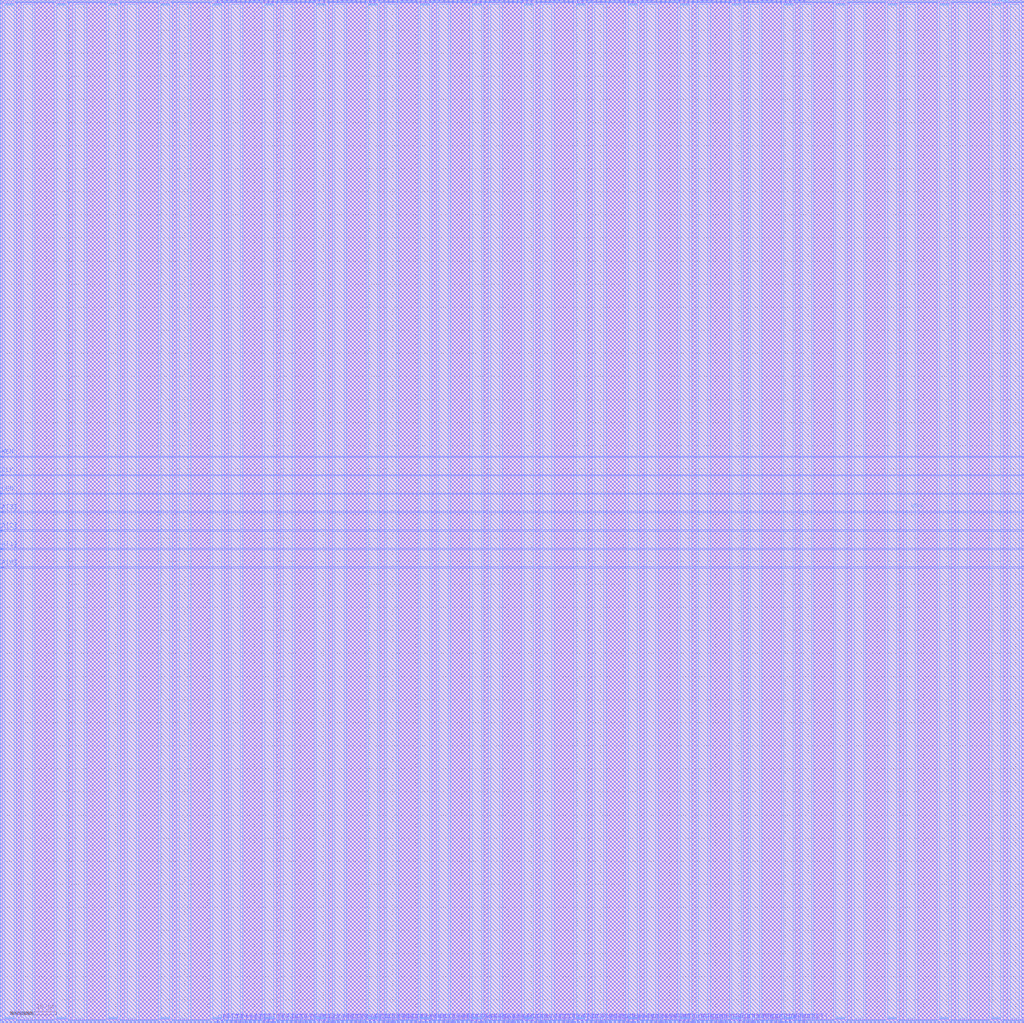
<source format=lef>
##
## LEF for PtnCells ;
## created by Innovus v15.23-s045_1 on Tue Mar 18 17:28:08 2025
##

VERSION 5.8 ;

BUSBITCHARS "[]" ;
DIVIDERCHAR "/" ;

MACRO sram_w16
  CLASS BLOCK ;
  SIZE 221.8000 BY 221.6000 ;
  FOREIGN sram_w16 0.0000 0.0000 ;
  ORIGIN 0 0 ;
  SYMMETRY X Y R90 ;
  PIN CLK
    DIRECTION INPUT ;
    USE SIGNAL ;
    PORT
      LAYER M3 ;
        RECT 0.0000 118.5500 0.5200 118.6500 ;
    END
  END CLK
  PIN D[127]
    DIRECTION INPUT ;
    USE SIGNAL ;
    PORT
      LAYER M2 ;
        RECT 174.0500 0.0000 174.1500 0.5200 ;
    END
  END D[127]
  PIN D[126]
    DIRECTION INPUT ;
    USE SIGNAL ;
    PORT
      LAYER M2 ;
        RECT 173.0500 0.0000 173.1500 0.5200 ;
    END
  END D[126]
  PIN D[125]
    DIRECTION INPUT ;
    USE SIGNAL ;
    PORT
      LAYER M2 ;
        RECT 172.0500 0.0000 172.1500 0.5200 ;
    END
  END D[125]
  PIN D[124]
    DIRECTION INPUT ;
    USE SIGNAL ;
    PORT
      LAYER M2 ;
        RECT 171.0500 0.0000 171.1500 0.5200 ;
    END
  END D[124]
  PIN D[123]
    DIRECTION INPUT ;
    USE SIGNAL ;
    PORT
      LAYER M2 ;
        RECT 170.0500 0.0000 170.1500 0.5200 ;
    END
  END D[123]
  PIN D[122]
    DIRECTION INPUT ;
    USE SIGNAL ;
    PORT
      LAYER M2 ;
        RECT 169.0500 0.0000 169.1500 0.5200 ;
    END
  END D[122]
  PIN D[121]
    DIRECTION INPUT ;
    USE SIGNAL ;
    PORT
      LAYER M2 ;
        RECT 168.0500 0.0000 168.1500 0.5200 ;
    END
  END D[121]
  PIN D[120]
    DIRECTION INPUT ;
    USE SIGNAL ;
    PORT
      LAYER M2 ;
        RECT 167.0500 0.0000 167.1500 0.5200 ;
    END
  END D[120]
  PIN D[119]
    DIRECTION INPUT ;
    USE SIGNAL ;
    PORT
      LAYER M2 ;
        RECT 166.0500 0.0000 166.1500 0.5200 ;
    END
  END D[119]
  PIN D[118]
    DIRECTION INPUT ;
    USE SIGNAL ;
    PORT
      LAYER M2 ;
        RECT 165.0500 0.0000 165.1500 0.5200 ;
    END
  END D[118]
  PIN D[117]
    DIRECTION INPUT ;
    USE SIGNAL ;
    PORT
      LAYER M2 ;
        RECT 164.0500 0.0000 164.1500 0.5200 ;
    END
  END D[117]
  PIN D[116]
    DIRECTION INPUT ;
    USE SIGNAL ;
    PORT
      LAYER M2 ;
        RECT 163.0500 0.0000 163.1500 0.5200 ;
    END
  END D[116]
  PIN D[115]
    DIRECTION INPUT ;
    USE SIGNAL ;
    PORT
      LAYER M2 ;
        RECT 162.0500 0.0000 162.1500 0.5200 ;
    END
  END D[115]
  PIN D[114]
    DIRECTION INPUT ;
    USE SIGNAL ;
    PORT
      LAYER M2 ;
        RECT 161.0500 0.0000 161.1500 0.5200 ;
    END
  END D[114]
  PIN D[113]
    DIRECTION INPUT ;
    USE SIGNAL ;
    PORT
      LAYER M2 ;
        RECT 160.0500 0.0000 160.1500 0.5200 ;
    END
  END D[113]
  PIN D[112]
    DIRECTION INPUT ;
    USE SIGNAL ;
    PORT
      LAYER M2 ;
        RECT 159.0500 0.0000 159.1500 0.5200 ;
    END
  END D[112]
  PIN D[111]
    DIRECTION INPUT ;
    USE SIGNAL ;
    PORT
      LAYER M2 ;
        RECT 158.0500 0.0000 158.1500 0.5200 ;
    END
  END D[111]
  PIN D[110]
    DIRECTION INPUT ;
    USE SIGNAL ;
    PORT
      LAYER M2 ;
        RECT 157.0500 0.0000 157.1500 0.5200 ;
    END
  END D[110]
  PIN D[109]
    DIRECTION INPUT ;
    USE SIGNAL ;
    PORT
      LAYER M2 ;
        RECT 156.0500 0.0000 156.1500 0.5200 ;
    END
  END D[109]
  PIN D[108]
    DIRECTION INPUT ;
    USE SIGNAL ;
    PORT
      LAYER M2 ;
        RECT 155.0500 0.0000 155.1500 0.5200 ;
    END
  END D[108]
  PIN D[107]
    DIRECTION INPUT ;
    USE SIGNAL ;
    PORT
      LAYER M2 ;
        RECT 154.0500 0.0000 154.1500 0.5200 ;
    END
  END D[107]
  PIN D[106]
    DIRECTION INPUT ;
    USE SIGNAL ;
    PORT
      LAYER M2 ;
        RECT 153.0500 0.0000 153.1500 0.5200 ;
    END
  END D[106]
  PIN D[105]
    DIRECTION INPUT ;
    USE SIGNAL ;
    PORT
      LAYER M2 ;
        RECT 152.0500 0.0000 152.1500 0.5200 ;
    END
  END D[105]
  PIN D[104]
    DIRECTION INPUT ;
    USE SIGNAL ;
    PORT
      LAYER M2 ;
        RECT 151.0500 0.0000 151.1500 0.5200 ;
    END
  END D[104]
  PIN D[103]
    DIRECTION INPUT ;
    USE SIGNAL ;
    PORT
      LAYER M2 ;
        RECT 150.0500 0.0000 150.1500 0.5200 ;
    END
  END D[103]
  PIN D[102]
    DIRECTION INPUT ;
    USE SIGNAL ;
    PORT
      LAYER M2 ;
        RECT 149.0500 0.0000 149.1500 0.5200 ;
    END
  END D[102]
  PIN D[101]
    DIRECTION INPUT ;
    USE SIGNAL ;
    PORT
      LAYER M2 ;
        RECT 148.0500 0.0000 148.1500 0.5200 ;
    END
  END D[101]
  PIN D[100]
    DIRECTION INPUT ;
    USE SIGNAL ;
    PORT
      LAYER M2 ;
        RECT 147.0500 0.0000 147.1500 0.5200 ;
    END
  END D[100]
  PIN D[99]
    DIRECTION INPUT ;
    USE SIGNAL ;
    PORT
      LAYER M2 ;
        RECT 146.0500 0.0000 146.1500 0.5200 ;
    END
  END D[99]
  PIN D[98]
    DIRECTION INPUT ;
    USE SIGNAL ;
    PORT
      LAYER M2 ;
        RECT 145.0500 0.0000 145.1500 0.5200 ;
    END
  END D[98]
  PIN D[97]
    DIRECTION INPUT ;
    USE SIGNAL ;
    PORT
      LAYER M2 ;
        RECT 144.0500 0.0000 144.1500 0.5200 ;
    END
  END D[97]
  PIN D[96]
    DIRECTION INPUT ;
    USE SIGNAL ;
    PORT
      LAYER M2 ;
        RECT 143.0500 0.0000 143.1500 0.5200 ;
    END
  END D[96]
  PIN D[95]
    DIRECTION INPUT ;
    USE SIGNAL ;
    PORT
      LAYER M2 ;
        RECT 142.0500 0.0000 142.1500 0.5200 ;
    END
  END D[95]
  PIN D[94]
    DIRECTION INPUT ;
    USE SIGNAL ;
    PORT
      LAYER M2 ;
        RECT 141.0500 0.0000 141.1500 0.5200 ;
    END
  END D[94]
  PIN D[93]
    DIRECTION INPUT ;
    USE SIGNAL ;
    PORT
      LAYER M2 ;
        RECT 140.0500 0.0000 140.1500 0.5200 ;
    END
  END D[93]
  PIN D[92]
    DIRECTION INPUT ;
    USE SIGNAL ;
    PORT
      LAYER M2 ;
        RECT 139.0500 0.0000 139.1500 0.5200 ;
    END
  END D[92]
  PIN D[91]
    DIRECTION INPUT ;
    USE SIGNAL ;
    PORT
      LAYER M2 ;
        RECT 138.0500 0.0000 138.1500 0.5200 ;
    END
  END D[91]
  PIN D[90]
    DIRECTION INPUT ;
    USE SIGNAL ;
    PORT
      LAYER M2 ;
        RECT 137.0500 0.0000 137.1500 0.5200 ;
    END
  END D[90]
  PIN D[89]
    DIRECTION INPUT ;
    USE SIGNAL ;
    PORT
      LAYER M2 ;
        RECT 136.0500 0.0000 136.1500 0.5200 ;
    END
  END D[89]
  PIN D[88]
    DIRECTION INPUT ;
    USE SIGNAL ;
    PORT
      LAYER M2 ;
        RECT 135.0500 0.0000 135.1500 0.5200 ;
    END
  END D[88]
  PIN D[87]
    DIRECTION INPUT ;
    USE SIGNAL ;
    PORT
      LAYER M2 ;
        RECT 134.0500 0.0000 134.1500 0.5200 ;
    END
  END D[87]
  PIN D[86]
    DIRECTION INPUT ;
    USE SIGNAL ;
    PORT
      LAYER M2 ;
        RECT 133.0500 0.0000 133.1500 0.5200 ;
    END
  END D[86]
  PIN D[85]
    DIRECTION INPUT ;
    USE SIGNAL ;
    PORT
      LAYER M2 ;
        RECT 132.0500 0.0000 132.1500 0.5200 ;
    END
  END D[85]
  PIN D[84]
    DIRECTION INPUT ;
    USE SIGNAL ;
    PORT
      LAYER M2 ;
        RECT 131.0500 0.0000 131.1500 0.5200 ;
    END
  END D[84]
  PIN D[83]
    DIRECTION INPUT ;
    USE SIGNAL ;
    PORT
      LAYER M2 ;
        RECT 130.0500 0.0000 130.1500 0.5200 ;
    END
  END D[83]
  PIN D[82]
    DIRECTION INPUT ;
    USE SIGNAL ;
    PORT
      LAYER M2 ;
        RECT 129.0500 0.0000 129.1500 0.5200 ;
    END
  END D[82]
  PIN D[81]
    DIRECTION INPUT ;
    USE SIGNAL ;
    PORT
      LAYER M2 ;
        RECT 128.0500 0.0000 128.1500 0.5200 ;
    END
  END D[81]
  PIN D[80]
    DIRECTION INPUT ;
    USE SIGNAL ;
    PORT
      LAYER M2 ;
        RECT 127.0500 0.0000 127.1500 0.5200 ;
    END
  END D[80]
  PIN D[79]
    DIRECTION INPUT ;
    USE SIGNAL ;
    PORT
      LAYER M2 ;
        RECT 126.0500 0.0000 126.1500 0.5200 ;
    END
  END D[79]
  PIN D[78]
    DIRECTION INPUT ;
    USE SIGNAL ;
    PORT
      LAYER M2 ;
        RECT 125.0500 0.0000 125.1500 0.5200 ;
    END
  END D[78]
  PIN D[77]
    DIRECTION INPUT ;
    USE SIGNAL ;
    PORT
      LAYER M2 ;
        RECT 124.0500 0.0000 124.1500 0.5200 ;
    END
  END D[77]
  PIN D[76]
    DIRECTION INPUT ;
    USE SIGNAL ;
    PORT
      LAYER M2 ;
        RECT 123.0500 0.0000 123.1500 0.5200 ;
    END
  END D[76]
  PIN D[75]
    DIRECTION INPUT ;
    USE SIGNAL ;
    PORT
      LAYER M2 ;
        RECT 122.0500 0.0000 122.1500 0.5200 ;
    END
  END D[75]
  PIN D[74]
    DIRECTION INPUT ;
    USE SIGNAL ;
    PORT
      LAYER M2 ;
        RECT 121.0500 0.0000 121.1500 0.5200 ;
    END
  END D[74]
  PIN D[73]
    DIRECTION INPUT ;
    USE SIGNAL ;
    PORT
      LAYER M2 ;
        RECT 120.0500 0.0000 120.1500 0.5200 ;
    END
  END D[73]
  PIN D[72]
    DIRECTION INPUT ;
    USE SIGNAL ;
    PORT
      LAYER M2 ;
        RECT 119.0500 0.0000 119.1500 0.5200 ;
    END
  END D[72]
  PIN D[71]
    DIRECTION INPUT ;
    USE SIGNAL ;
    PORT
      LAYER M2 ;
        RECT 118.0500 0.0000 118.1500 0.5200 ;
    END
  END D[71]
  PIN D[70]
    DIRECTION INPUT ;
    USE SIGNAL ;
    PORT
      LAYER M2 ;
        RECT 117.0500 0.0000 117.1500 0.5200 ;
    END
  END D[70]
  PIN D[69]
    DIRECTION INPUT ;
    USE SIGNAL ;
    PORT
      LAYER M2 ;
        RECT 116.0500 0.0000 116.1500 0.5200 ;
    END
  END D[69]
  PIN D[68]
    DIRECTION INPUT ;
    USE SIGNAL ;
    PORT
      LAYER M2 ;
        RECT 115.0500 0.0000 115.1500 0.5200 ;
    END
  END D[68]
  PIN D[67]
    DIRECTION INPUT ;
    USE SIGNAL ;
    PORT
      LAYER M2 ;
        RECT 114.0500 0.0000 114.1500 0.5200 ;
    END
  END D[67]
  PIN D[66]
    DIRECTION INPUT ;
    USE SIGNAL ;
    PORT
      LAYER M2 ;
        RECT 113.0500 0.0000 113.1500 0.5200 ;
    END
  END D[66]
  PIN D[65]
    DIRECTION INPUT ;
    USE SIGNAL ;
    PORT
      LAYER M2 ;
        RECT 112.0500 0.0000 112.1500 0.5200 ;
    END
  END D[65]
  PIN D[64]
    DIRECTION INPUT ;
    USE SIGNAL ;
    PORT
      LAYER M2 ;
        RECT 111.0500 0.0000 111.1500 0.5200 ;
    END
  END D[64]
  PIN D[63]
    DIRECTION INPUT ;
    USE SIGNAL ;
    PORT
      LAYER M2 ;
        RECT 110.0500 0.0000 110.1500 0.5200 ;
    END
  END D[63]
  PIN D[62]
    DIRECTION INPUT ;
    USE SIGNAL ;
    PORT
      LAYER M2 ;
        RECT 109.0500 0.0000 109.1500 0.5200 ;
    END
  END D[62]
  PIN D[61]
    DIRECTION INPUT ;
    USE SIGNAL ;
    PORT
      LAYER M2 ;
        RECT 108.0500 0.0000 108.1500 0.5200 ;
    END
  END D[61]
  PIN D[60]
    DIRECTION INPUT ;
    USE SIGNAL ;
    PORT
      LAYER M2 ;
        RECT 107.0500 0.0000 107.1500 0.5200 ;
    END
  END D[60]
  PIN D[59]
    DIRECTION INPUT ;
    USE SIGNAL ;
    PORT
      LAYER M2 ;
        RECT 106.0500 0.0000 106.1500 0.5200 ;
    END
  END D[59]
  PIN D[58]
    DIRECTION INPUT ;
    USE SIGNAL ;
    PORT
      LAYER M2 ;
        RECT 105.0500 0.0000 105.1500 0.5200 ;
    END
  END D[58]
  PIN D[57]
    DIRECTION INPUT ;
    USE SIGNAL ;
    PORT
      LAYER M2 ;
        RECT 104.0500 0.0000 104.1500 0.5200 ;
    END
  END D[57]
  PIN D[56]
    DIRECTION INPUT ;
    USE SIGNAL ;
    PORT
      LAYER M2 ;
        RECT 103.0500 0.0000 103.1500 0.5200 ;
    END
  END D[56]
  PIN D[55]
    DIRECTION INPUT ;
    USE SIGNAL ;
    PORT
      LAYER M2 ;
        RECT 102.0500 0.0000 102.1500 0.5200 ;
    END
  END D[55]
  PIN D[54]
    DIRECTION INPUT ;
    USE SIGNAL ;
    PORT
      LAYER M2 ;
        RECT 101.0500 0.0000 101.1500 0.5200 ;
    END
  END D[54]
  PIN D[53]
    DIRECTION INPUT ;
    USE SIGNAL ;
    PORT
      LAYER M2 ;
        RECT 100.0500 0.0000 100.1500 0.5200 ;
    END
  END D[53]
  PIN D[52]
    DIRECTION INPUT ;
    USE SIGNAL ;
    PORT
      LAYER M2 ;
        RECT 99.0500 0.0000 99.1500 0.5200 ;
    END
  END D[52]
  PIN D[51]
    DIRECTION INPUT ;
    USE SIGNAL ;
    PORT
      LAYER M2 ;
        RECT 98.0500 0.0000 98.1500 0.5200 ;
    END
  END D[51]
  PIN D[50]
    DIRECTION INPUT ;
    USE SIGNAL ;
    PORT
      LAYER M2 ;
        RECT 97.0500 0.0000 97.1500 0.5200 ;
    END
  END D[50]
  PIN D[49]
    DIRECTION INPUT ;
    USE SIGNAL ;
    PORT
      LAYER M2 ;
        RECT 96.0500 0.0000 96.1500 0.5200 ;
    END
  END D[49]
  PIN D[48]
    DIRECTION INPUT ;
    USE SIGNAL ;
    PORT
      LAYER M2 ;
        RECT 95.0500 0.0000 95.1500 0.5200 ;
    END
  END D[48]
  PIN D[47]
    DIRECTION INPUT ;
    USE SIGNAL ;
    PORT
      LAYER M2 ;
        RECT 94.0500 0.0000 94.1500 0.5200 ;
    END
  END D[47]
  PIN D[46]
    DIRECTION INPUT ;
    USE SIGNAL ;
    PORT
      LAYER M2 ;
        RECT 93.0500 0.0000 93.1500 0.5200 ;
    END
  END D[46]
  PIN D[45]
    DIRECTION INPUT ;
    USE SIGNAL ;
    PORT
      LAYER M2 ;
        RECT 92.0500 0.0000 92.1500 0.5200 ;
    END
  END D[45]
  PIN D[44]
    DIRECTION INPUT ;
    USE SIGNAL ;
    PORT
      LAYER M2 ;
        RECT 91.0500 0.0000 91.1500 0.5200 ;
    END
  END D[44]
  PIN D[43]
    DIRECTION INPUT ;
    USE SIGNAL ;
    PORT
      LAYER M2 ;
        RECT 90.0500 0.0000 90.1500 0.5200 ;
    END
  END D[43]
  PIN D[42]
    DIRECTION INPUT ;
    USE SIGNAL ;
    PORT
      LAYER M2 ;
        RECT 89.0500 0.0000 89.1500 0.5200 ;
    END
  END D[42]
  PIN D[41]
    DIRECTION INPUT ;
    USE SIGNAL ;
    PORT
      LAYER M2 ;
        RECT 88.0500 0.0000 88.1500 0.5200 ;
    END
  END D[41]
  PIN D[40]
    DIRECTION INPUT ;
    USE SIGNAL ;
    PORT
      LAYER M2 ;
        RECT 87.0500 0.0000 87.1500 0.5200 ;
    END
  END D[40]
  PIN D[39]
    DIRECTION INPUT ;
    USE SIGNAL ;
    PORT
      LAYER M2 ;
        RECT 86.0500 0.0000 86.1500 0.5200 ;
    END
  END D[39]
  PIN D[38]
    DIRECTION INPUT ;
    USE SIGNAL ;
    PORT
      LAYER M2 ;
        RECT 85.0500 0.0000 85.1500 0.5200 ;
    END
  END D[38]
  PIN D[37]
    DIRECTION INPUT ;
    USE SIGNAL ;
    PORT
      LAYER M2 ;
        RECT 84.0500 0.0000 84.1500 0.5200 ;
    END
  END D[37]
  PIN D[36]
    DIRECTION INPUT ;
    USE SIGNAL ;
    PORT
      LAYER M2 ;
        RECT 83.0500 0.0000 83.1500 0.5200 ;
    END
  END D[36]
  PIN D[35]
    DIRECTION INPUT ;
    USE SIGNAL ;
    PORT
      LAYER M2 ;
        RECT 82.0500 0.0000 82.1500 0.5200 ;
    END
  END D[35]
  PIN D[34]
    DIRECTION INPUT ;
    USE SIGNAL ;
    PORT
      LAYER M2 ;
        RECT 81.0500 0.0000 81.1500 0.5200 ;
    END
  END D[34]
  PIN D[33]
    DIRECTION INPUT ;
    USE SIGNAL ;
    PORT
      LAYER M2 ;
        RECT 80.0500 0.0000 80.1500 0.5200 ;
    END
  END D[33]
  PIN D[32]
    DIRECTION INPUT ;
    USE SIGNAL ;
    PORT
      LAYER M2 ;
        RECT 79.0500 0.0000 79.1500 0.5200 ;
    END
  END D[32]
  PIN D[31]
    DIRECTION INPUT ;
    USE SIGNAL ;
    PORT
      LAYER M2 ;
        RECT 78.0500 0.0000 78.1500 0.5200 ;
    END
  END D[31]
  PIN D[30]
    DIRECTION INPUT ;
    USE SIGNAL ;
    PORT
      LAYER M2 ;
        RECT 77.0500 0.0000 77.1500 0.5200 ;
    END
  END D[30]
  PIN D[29]
    DIRECTION INPUT ;
    USE SIGNAL ;
    PORT
      LAYER M2 ;
        RECT 76.0500 0.0000 76.1500 0.5200 ;
    END
  END D[29]
  PIN D[28]
    DIRECTION INPUT ;
    USE SIGNAL ;
    PORT
      LAYER M2 ;
        RECT 75.0500 0.0000 75.1500 0.5200 ;
    END
  END D[28]
  PIN D[27]
    DIRECTION INPUT ;
    USE SIGNAL ;
    PORT
      LAYER M2 ;
        RECT 74.0500 0.0000 74.1500 0.5200 ;
    END
  END D[27]
  PIN D[26]
    DIRECTION INPUT ;
    USE SIGNAL ;
    PORT
      LAYER M2 ;
        RECT 73.0500 0.0000 73.1500 0.5200 ;
    END
  END D[26]
  PIN D[25]
    DIRECTION INPUT ;
    USE SIGNAL ;
    PORT
      LAYER M2 ;
        RECT 72.0500 0.0000 72.1500 0.5200 ;
    END
  END D[25]
  PIN D[24]
    DIRECTION INPUT ;
    USE SIGNAL ;
    PORT
      LAYER M2 ;
        RECT 71.0500 0.0000 71.1500 0.5200 ;
    END
  END D[24]
  PIN D[23]
    DIRECTION INPUT ;
    USE SIGNAL ;
    PORT
      LAYER M2 ;
        RECT 70.0500 0.0000 70.1500 0.5200 ;
    END
  END D[23]
  PIN D[22]
    DIRECTION INPUT ;
    USE SIGNAL ;
    PORT
      LAYER M2 ;
        RECT 69.0500 0.0000 69.1500 0.5200 ;
    END
  END D[22]
  PIN D[21]
    DIRECTION INPUT ;
    USE SIGNAL ;
    PORT
      LAYER M2 ;
        RECT 68.0500 0.0000 68.1500 0.5200 ;
    END
  END D[21]
  PIN D[20]
    DIRECTION INPUT ;
    USE SIGNAL ;
    PORT
      LAYER M2 ;
        RECT 67.0500 0.0000 67.1500 0.5200 ;
    END
  END D[20]
  PIN D[19]
    DIRECTION INPUT ;
    USE SIGNAL ;
    PORT
      LAYER M2 ;
        RECT 66.0500 0.0000 66.1500 0.5200 ;
    END
  END D[19]
  PIN D[18]
    DIRECTION INPUT ;
    USE SIGNAL ;
    PORT
      LAYER M2 ;
        RECT 65.0500 0.0000 65.1500 0.5200 ;
    END
  END D[18]
  PIN D[17]
    DIRECTION INPUT ;
    USE SIGNAL ;
    PORT
      LAYER M2 ;
        RECT 64.0500 0.0000 64.1500 0.5200 ;
    END
  END D[17]
  PIN D[16]
    DIRECTION INPUT ;
    USE SIGNAL ;
    PORT
      LAYER M2 ;
        RECT 63.0500 0.0000 63.1500 0.5200 ;
    END
  END D[16]
  PIN D[15]
    DIRECTION INPUT ;
    USE SIGNAL ;
    PORT
      LAYER M2 ;
        RECT 62.0500 0.0000 62.1500 0.5200 ;
    END
  END D[15]
  PIN D[14]
    DIRECTION INPUT ;
    USE SIGNAL ;
    PORT
      LAYER M2 ;
        RECT 61.0500 0.0000 61.1500 0.5200 ;
    END
  END D[14]
  PIN D[13]
    DIRECTION INPUT ;
    USE SIGNAL ;
    PORT
      LAYER M2 ;
        RECT 60.0500 0.0000 60.1500 0.5200 ;
    END
  END D[13]
  PIN D[12]
    DIRECTION INPUT ;
    USE SIGNAL ;
    PORT
      LAYER M2 ;
        RECT 59.0500 0.0000 59.1500 0.5200 ;
    END
  END D[12]
  PIN D[11]
    DIRECTION INPUT ;
    USE SIGNAL ;
    PORT
      LAYER M2 ;
        RECT 58.0500 0.0000 58.1500 0.5200 ;
    END
  END D[11]
  PIN D[10]
    DIRECTION INPUT ;
    USE SIGNAL ;
    PORT
      LAYER M2 ;
        RECT 57.0500 0.0000 57.1500 0.5200 ;
    END
  END D[10]
  PIN D[9]
    DIRECTION INPUT ;
    USE SIGNAL ;
    PORT
      LAYER M2 ;
        RECT 56.0500 0.0000 56.1500 0.5200 ;
    END
  END D[9]
  PIN D[8]
    DIRECTION INPUT ;
    USE SIGNAL ;
    PORT
      LAYER M2 ;
        RECT 55.0500 0.0000 55.1500 0.5200 ;
    END
  END D[8]
  PIN D[7]
    DIRECTION INPUT ;
    USE SIGNAL ;
    PORT
      LAYER M2 ;
        RECT 54.0500 0.0000 54.1500 0.5200 ;
    END
  END D[7]
  PIN D[6]
    DIRECTION INPUT ;
    USE SIGNAL ;
    PORT
      LAYER M2 ;
        RECT 53.0500 0.0000 53.1500 0.5200 ;
    END
  END D[6]
  PIN D[5]
    DIRECTION INPUT ;
    USE SIGNAL ;
    PORT
      LAYER M2 ;
        RECT 52.0500 0.0000 52.1500 0.5200 ;
    END
  END D[5]
  PIN D[4]
    DIRECTION INPUT ;
    USE SIGNAL ;
    PORT
      LAYER M2 ;
        RECT 51.0500 0.0000 51.1500 0.5200 ;
    END
  END D[4]
  PIN D[3]
    DIRECTION INPUT ;
    USE SIGNAL ;
    PORT
      LAYER M2 ;
        RECT 50.0500 0.0000 50.1500 0.5200 ;
    END
  END D[3]
  PIN D[2]
    DIRECTION INPUT ;
    USE SIGNAL ;
    PORT
      LAYER M2 ;
        RECT 49.0500 0.0000 49.1500 0.5200 ;
    END
  END D[2]
  PIN D[1]
    DIRECTION INPUT ;
    USE SIGNAL ;
    PORT
      LAYER M2 ;
        RECT 48.0500 0.0000 48.1500 0.5200 ;
    END
  END D[1]
  PIN D[0]
    DIRECTION INPUT ;
    USE SIGNAL ;
    PORT
      LAYER M2 ;
        RECT 47.0500 0.0000 47.1500 0.5200 ;
    END
  END D[0]
  PIN Q[127]
    DIRECTION OUTPUT ;
    USE SIGNAL ;
    PORT
      LAYER M2 ;
        RECT 174.0500 221.0800 174.1500 221.6000 ;
    END
  END Q[127]
  PIN Q[126]
    DIRECTION OUTPUT ;
    USE SIGNAL ;
    PORT
      LAYER M2 ;
        RECT 173.0500 221.0800 173.1500 221.6000 ;
    END
  END Q[126]
  PIN Q[125]
    DIRECTION OUTPUT ;
    USE SIGNAL ;
    PORT
      LAYER M2 ;
        RECT 172.0500 221.0800 172.1500 221.6000 ;
    END
  END Q[125]
  PIN Q[124]
    DIRECTION OUTPUT ;
    USE SIGNAL ;
    PORT
      LAYER M2 ;
        RECT 171.0500 221.0800 171.1500 221.6000 ;
    END
  END Q[124]
  PIN Q[123]
    DIRECTION OUTPUT ;
    USE SIGNAL ;
    PORT
      LAYER M2 ;
        RECT 170.0500 221.0800 170.1500 221.6000 ;
    END
  END Q[123]
  PIN Q[122]
    DIRECTION OUTPUT ;
    USE SIGNAL ;
    PORT
      LAYER M2 ;
        RECT 169.0500 221.0800 169.1500 221.6000 ;
    END
  END Q[122]
  PIN Q[121]
    DIRECTION OUTPUT ;
    USE SIGNAL ;
    PORT
      LAYER M2 ;
        RECT 168.0500 221.0800 168.1500 221.6000 ;
    END
  END Q[121]
  PIN Q[120]
    DIRECTION OUTPUT ;
    USE SIGNAL ;
    PORT
      LAYER M2 ;
        RECT 167.0500 221.0800 167.1500 221.6000 ;
    END
  END Q[120]
  PIN Q[119]
    DIRECTION OUTPUT ;
    USE SIGNAL ;
    PORT
      LAYER M2 ;
        RECT 166.0500 221.0800 166.1500 221.6000 ;
    END
  END Q[119]
  PIN Q[118]
    DIRECTION OUTPUT ;
    USE SIGNAL ;
    PORT
      LAYER M2 ;
        RECT 165.0500 221.0800 165.1500 221.6000 ;
    END
  END Q[118]
  PIN Q[117]
    DIRECTION OUTPUT ;
    USE SIGNAL ;
    PORT
      LAYER M2 ;
        RECT 164.0500 221.0800 164.1500 221.6000 ;
    END
  END Q[117]
  PIN Q[116]
    DIRECTION OUTPUT ;
    USE SIGNAL ;
    PORT
      LAYER M2 ;
        RECT 163.0500 221.0800 163.1500 221.6000 ;
    END
  END Q[116]
  PIN Q[115]
    DIRECTION OUTPUT ;
    USE SIGNAL ;
    PORT
      LAYER M2 ;
        RECT 162.0500 221.0800 162.1500 221.6000 ;
    END
  END Q[115]
  PIN Q[114]
    DIRECTION OUTPUT ;
    USE SIGNAL ;
    PORT
      LAYER M2 ;
        RECT 161.0500 221.0800 161.1500 221.6000 ;
    END
  END Q[114]
  PIN Q[113]
    DIRECTION OUTPUT ;
    USE SIGNAL ;
    PORT
      LAYER M2 ;
        RECT 160.0500 221.0800 160.1500 221.6000 ;
    END
  END Q[113]
  PIN Q[112]
    DIRECTION OUTPUT ;
    USE SIGNAL ;
    PORT
      LAYER M2 ;
        RECT 159.0500 221.0800 159.1500 221.6000 ;
    END
  END Q[112]
  PIN Q[111]
    DIRECTION OUTPUT ;
    USE SIGNAL ;
    PORT
      LAYER M2 ;
        RECT 158.0500 221.0800 158.1500 221.6000 ;
    END
  END Q[111]
  PIN Q[110]
    DIRECTION OUTPUT ;
    USE SIGNAL ;
    PORT
      LAYER M2 ;
        RECT 157.0500 221.0800 157.1500 221.6000 ;
    END
  END Q[110]
  PIN Q[109]
    DIRECTION OUTPUT ;
    USE SIGNAL ;
    PORT
      LAYER M2 ;
        RECT 156.0500 221.0800 156.1500 221.6000 ;
    END
  END Q[109]
  PIN Q[108]
    DIRECTION OUTPUT ;
    USE SIGNAL ;
    PORT
      LAYER M2 ;
        RECT 155.0500 221.0800 155.1500 221.6000 ;
    END
  END Q[108]
  PIN Q[107]
    DIRECTION OUTPUT ;
    USE SIGNAL ;
    PORT
      LAYER M2 ;
        RECT 154.0500 221.0800 154.1500 221.6000 ;
    END
  END Q[107]
  PIN Q[106]
    DIRECTION OUTPUT ;
    USE SIGNAL ;
    PORT
      LAYER M2 ;
        RECT 153.0500 221.0800 153.1500 221.6000 ;
    END
  END Q[106]
  PIN Q[105]
    DIRECTION OUTPUT ;
    USE SIGNAL ;
    PORT
      LAYER M2 ;
        RECT 152.0500 221.0800 152.1500 221.6000 ;
    END
  END Q[105]
  PIN Q[104]
    DIRECTION OUTPUT ;
    USE SIGNAL ;
    PORT
      LAYER M2 ;
        RECT 151.0500 221.0800 151.1500 221.6000 ;
    END
  END Q[104]
  PIN Q[103]
    DIRECTION OUTPUT ;
    USE SIGNAL ;
    PORT
      LAYER M2 ;
        RECT 150.0500 221.0800 150.1500 221.6000 ;
    END
  END Q[103]
  PIN Q[102]
    DIRECTION OUTPUT ;
    USE SIGNAL ;
    PORT
      LAYER M2 ;
        RECT 149.0500 221.0800 149.1500 221.6000 ;
    END
  END Q[102]
  PIN Q[101]
    DIRECTION OUTPUT ;
    USE SIGNAL ;
    PORT
      LAYER M2 ;
        RECT 148.0500 221.0800 148.1500 221.6000 ;
    END
  END Q[101]
  PIN Q[100]
    DIRECTION OUTPUT ;
    USE SIGNAL ;
    PORT
      LAYER M2 ;
        RECT 147.0500 221.0800 147.1500 221.6000 ;
    END
  END Q[100]
  PIN Q[99]
    DIRECTION OUTPUT ;
    USE SIGNAL ;
    PORT
      LAYER M2 ;
        RECT 146.0500 221.0800 146.1500 221.6000 ;
    END
  END Q[99]
  PIN Q[98]
    DIRECTION OUTPUT ;
    USE SIGNAL ;
    PORT
      LAYER M2 ;
        RECT 145.0500 221.0800 145.1500 221.6000 ;
    END
  END Q[98]
  PIN Q[97]
    DIRECTION OUTPUT ;
    USE SIGNAL ;
    PORT
      LAYER M2 ;
        RECT 144.0500 221.0800 144.1500 221.6000 ;
    END
  END Q[97]
  PIN Q[96]
    DIRECTION OUTPUT ;
    USE SIGNAL ;
    PORT
      LAYER M2 ;
        RECT 143.0500 221.0800 143.1500 221.6000 ;
    END
  END Q[96]
  PIN Q[95]
    DIRECTION OUTPUT ;
    USE SIGNAL ;
    PORT
      LAYER M2 ;
        RECT 142.0500 221.0800 142.1500 221.6000 ;
    END
  END Q[95]
  PIN Q[94]
    DIRECTION OUTPUT ;
    USE SIGNAL ;
    PORT
      LAYER M2 ;
        RECT 141.0500 221.0800 141.1500 221.6000 ;
    END
  END Q[94]
  PIN Q[93]
    DIRECTION OUTPUT ;
    USE SIGNAL ;
    PORT
      LAYER M2 ;
        RECT 140.0500 221.0800 140.1500 221.6000 ;
    END
  END Q[93]
  PIN Q[92]
    DIRECTION OUTPUT ;
    USE SIGNAL ;
    PORT
      LAYER M2 ;
        RECT 139.0500 221.0800 139.1500 221.6000 ;
    END
  END Q[92]
  PIN Q[91]
    DIRECTION OUTPUT ;
    USE SIGNAL ;
    PORT
      LAYER M2 ;
        RECT 138.0500 221.0800 138.1500 221.6000 ;
    END
  END Q[91]
  PIN Q[90]
    DIRECTION OUTPUT ;
    USE SIGNAL ;
    PORT
      LAYER M2 ;
        RECT 137.0500 221.0800 137.1500 221.6000 ;
    END
  END Q[90]
  PIN Q[89]
    DIRECTION OUTPUT ;
    USE SIGNAL ;
    PORT
      LAYER M2 ;
        RECT 136.0500 221.0800 136.1500 221.6000 ;
    END
  END Q[89]
  PIN Q[88]
    DIRECTION OUTPUT ;
    USE SIGNAL ;
    PORT
      LAYER M2 ;
        RECT 135.0500 221.0800 135.1500 221.6000 ;
    END
  END Q[88]
  PIN Q[87]
    DIRECTION OUTPUT ;
    USE SIGNAL ;
    PORT
      LAYER M2 ;
        RECT 134.0500 221.0800 134.1500 221.6000 ;
    END
  END Q[87]
  PIN Q[86]
    DIRECTION OUTPUT ;
    USE SIGNAL ;
    PORT
      LAYER M2 ;
        RECT 133.0500 221.0800 133.1500 221.6000 ;
    END
  END Q[86]
  PIN Q[85]
    DIRECTION OUTPUT ;
    USE SIGNAL ;
    PORT
      LAYER M2 ;
        RECT 132.0500 221.0800 132.1500 221.6000 ;
    END
  END Q[85]
  PIN Q[84]
    DIRECTION OUTPUT ;
    USE SIGNAL ;
    PORT
      LAYER M2 ;
        RECT 131.0500 221.0800 131.1500 221.6000 ;
    END
  END Q[84]
  PIN Q[83]
    DIRECTION OUTPUT ;
    USE SIGNAL ;
    PORT
      LAYER M2 ;
        RECT 130.0500 221.0800 130.1500 221.6000 ;
    END
  END Q[83]
  PIN Q[82]
    DIRECTION OUTPUT ;
    USE SIGNAL ;
    PORT
      LAYER M2 ;
        RECT 129.0500 221.0800 129.1500 221.6000 ;
    END
  END Q[82]
  PIN Q[81]
    DIRECTION OUTPUT ;
    USE SIGNAL ;
    PORT
      LAYER M2 ;
        RECT 128.0500 221.0800 128.1500 221.6000 ;
    END
  END Q[81]
  PIN Q[80]
    DIRECTION OUTPUT ;
    USE SIGNAL ;
    PORT
      LAYER M2 ;
        RECT 127.0500 221.0800 127.1500 221.6000 ;
    END
  END Q[80]
  PIN Q[79]
    DIRECTION OUTPUT ;
    USE SIGNAL ;
    PORT
      LAYER M2 ;
        RECT 126.0500 221.0800 126.1500 221.6000 ;
    END
  END Q[79]
  PIN Q[78]
    DIRECTION OUTPUT ;
    USE SIGNAL ;
    PORT
      LAYER M2 ;
        RECT 125.0500 221.0800 125.1500 221.6000 ;
    END
  END Q[78]
  PIN Q[77]
    DIRECTION OUTPUT ;
    USE SIGNAL ;
    PORT
      LAYER M2 ;
        RECT 124.0500 221.0800 124.1500 221.6000 ;
    END
  END Q[77]
  PIN Q[76]
    DIRECTION OUTPUT ;
    USE SIGNAL ;
    PORT
      LAYER M2 ;
        RECT 123.0500 221.0800 123.1500 221.6000 ;
    END
  END Q[76]
  PIN Q[75]
    DIRECTION OUTPUT ;
    USE SIGNAL ;
    PORT
      LAYER M2 ;
        RECT 122.0500 221.0800 122.1500 221.6000 ;
    END
  END Q[75]
  PIN Q[74]
    DIRECTION OUTPUT ;
    USE SIGNAL ;
    PORT
      LAYER M2 ;
        RECT 121.0500 221.0800 121.1500 221.6000 ;
    END
  END Q[74]
  PIN Q[73]
    DIRECTION OUTPUT ;
    USE SIGNAL ;
    PORT
      LAYER M2 ;
        RECT 120.0500 221.0800 120.1500 221.6000 ;
    END
  END Q[73]
  PIN Q[72]
    DIRECTION OUTPUT ;
    USE SIGNAL ;
    PORT
      LAYER M2 ;
        RECT 119.0500 221.0800 119.1500 221.6000 ;
    END
  END Q[72]
  PIN Q[71]
    DIRECTION OUTPUT ;
    USE SIGNAL ;
    PORT
      LAYER M2 ;
        RECT 118.0500 221.0800 118.1500 221.6000 ;
    END
  END Q[71]
  PIN Q[70]
    DIRECTION OUTPUT ;
    USE SIGNAL ;
    PORT
      LAYER M2 ;
        RECT 117.0500 221.0800 117.1500 221.6000 ;
    END
  END Q[70]
  PIN Q[69]
    DIRECTION OUTPUT ;
    USE SIGNAL ;
    PORT
      LAYER M2 ;
        RECT 116.0500 221.0800 116.1500 221.6000 ;
    END
  END Q[69]
  PIN Q[68]
    DIRECTION OUTPUT ;
    USE SIGNAL ;
    PORT
      LAYER M2 ;
        RECT 115.0500 221.0800 115.1500 221.6000 ;
    END
  END Q[68]
  PIN Q[67]
    DIRECTION OUTPUT ;
    USE SIGNAL ;
    PORT
      LAYER M2 ;
        RECT 114.0500 221.0800 114.1500 221.6000 ;
    END
  END Q[67]
  PIN Q[66]
    DIRECTION OUTPUT ;
    USE SIGNAL ;
    PORT
      LAYER M2 ;
        RECT 113.0500 221.0800 113.1500 221.6000 ;
    END
  END Q[66]
  PIN Q[65]
    DIRECTION OUTPUT ;
    USE SIGNAL ;
    PORT
      LAYER M2 ;
        RECT 112.0500 221.0800 112.1500 221.6000 ;
    END
  END Q[65]
  PIN Q[64]
    DIRECTION OUTPUT ;
    USE SIGNAL ;
    PORT
      LAYER M2 ;
        RECT 111.0500 221.0800 111.1500 221.6000 ;
    END
  END Q[64]
  PIN Q[63]
    DIRECTION OUTPUT ;
    USE SIGNAL ;
    PORT
      LAYER M2 ;
        RECT 110.0500 221.0800 110.1500 221.6000 ;
    END
  END Q[63]
  PIN Q[62]
    DIRECTION OUTPUT ;
    USE SIGNAL ;
    PORT
      LAYER M2 ;
        RECT 109.0500 221.0800 109.1500 221.6000 ;
    END
  END Q[62]
  PIN Q[61]
    DIRECTION OUTPUT ;
    USE SIGNAL ;
    PORT
      LAYER M2 ;
        RECT 108.0500 221.0800 108.1500 221.6000 ;
    END
  END Q[61]
  PIN Q[60]
    DIRECTION OUTPUT ;
    USE SIGNAL ;
    PORT
      LAYER M2 ;
        RECT 107.0500 221.0800 107.1500 221.6000 ;
    END
  END Q[60]
  PIN Q[59]
    DIRECTION OUTPUT ;
    USE SIGNAL ;
    PORT
      LAYER M2 ;
        RECT 106.0500 221.0800 106.1500 221.6000 ;
    END
  END Q[59]
  PIN Q[58]
    DIRECTION OUTPUT ;
    USE SIGNAL ;
    PORT
      LAYER M2 ;
        RECT 105.0500 221.0800 105.1500 221.6000 ;
    END
  END Q[58]
  PIN Q[57]
    DIRECTION OUTPUT ;
    USE SIGNAL ;
    PORT
      LAYER M2 ;
        RECT 104.0500 221.0800 104.1500 221.6000 ;
    END
  END Q[57]
  PIN Q[56]
    DIRECTION OUTPUT ;
    USE SIGNAL ;
    PORT
      LAYER M2 ;
        RECT 103.0500 221.0800 103.1500 221.6000 ;
    END
  END Q[56]
  PIN Q[55]
    DIRECTION OUTPUT ;
    USE SIGNAL ;
    PORT
      LAYER M2 ;
        RECT 102.0500 221.0800 102.1500 221.6000 ;
    END
  END Q[55]
  PIN Q[54]
    DIRECTION OUTPUT ;
    USE SIGNAL ;
    PORT
      LAYER M2 ;
        RECT 101.0500 221.0800 101.1500 221.6000 ;
    END
  END Q[54]
  PIN Q[53]
    DIRECTION OUTPUT ;
    USE SIGNAL ;
    PORT
      LAYER M2 ;
        RECT 100.0500 221.0800 100.1500 221.6000 ;
    END
  END Q[53]
  PIN Q[52]
    DIRECTION OUTPUT ;
    USE SIGNAL ;
    PORT
      LAYER M2 ;
        RECT 99.0500 221.0800 99.1500 221.6000 ;
    END
  END Q[52]
  PIN Q[51]
    DIRECTION OUTPUT ;
    USE SIGNAL ;
    PORT
      LAYER M2 ;
        RECT 98.0500 221.0800 98.1500 221.6000 ;
    END
  END Q[51]
  PIN Q[50]
    DIRECTION OUTPUT ;
    USE SIGNAL ;
    PORT
      LAYER M2 ;
        RECT 97.0500 221.0800 97.1500 221.6000 ;
    END
  END Q[50]
  PIN Q[49]
    DIRECTION OUTPUT ;
    USE SIGNAL ;
    PORT
      LAYER M2 ;
        RECT 96.0500 221.0800 96.1500 221.6000 ;
    END
  END Q[49]
  PIN Q[48]
    DIRECTION OUTPUT ;
    USE SIGNAL ;
    PORT
      LAYER M2 ;
        RECT 95.0500 221.0800 95.1500 221.6000 ;
    END
  END Q[48]
  PIN Q[47]
    DIRECTION OUTPUT ;
    USE SIGNAL ;
    PORT
      LAYER M2 ;
        RECT 94.0500 221.0800 94.1500 221.6000 ;
    END
  END Q[47]
  PIN Q[46]
    DIRECTION OUTPUT ;
    USE SIGNAL ;
    PORT
      LAYER M2 ;
        RECT 93.0500 221.0800 93.1500 221.6000 ;
    END
  END Q[46]
  PIN Q[45]
    DIRECTION OUTPUT ;
    USE SIGNAL ;
    PORT
      LAYER M2 ;
        RECT 92.0500 221.0800 92.1500 221.6000 ;
    END
  END Q[45]
  PIN Q[44]
    DIRECTION OUTPUT ;
    USE SIGNAL ;
    PORT
      LAYER M2 ;
        RECT 91.0500 221.0800 91.1500 221.6000 ;
    END
  END Q[44]
  PIN Q[43]
    DIRECTION OUTPUT ;
    USE SIGNAL ;
    PORT
      LAYER M2 ;
        RECT 90.0500 221.0800 90.1500 221.6000 ;
    END
  END Q[43]
  PIN Q[42]
    DIRECTION OUTPUT ;
    USE SIGNAL ;
    PORT
      LAYER M2 ;
        RECT 89.0500 221.0800 89.1500 221.6000 ;
    END
  END Q[42]
  PIN Q[41]
    DIRECTION OUTPUT ;
    USE SIGNAL ;
    PORT
      LAYER M2 ;
        RECT 88.0500 221.0800 88.1500 221.6000 ;
    END
  END Q[41]
  PIN Q[40]
    DIRECTION OUTPUT ;
    USE SIGNAL ;
    PORT
      LAYER M2 ;
        RECT 87.0500 221.0800 87.1500 221.6000 ;
    END
  END Q[40]
  PIN Q[39]
    DIRECTION OUTPUT ;
    USE SIGNAL ;
    PORT
      LAYER M2 ;
        RECT 86.0500 221.0800 86.1500 221.6000 ;
    END
  END Q[39]
  PIN Q[38]
    DIRECTION OUTPUT ;
    USE SIGNAL ;
    PORT
      LAYER M2 ;
        RECT 85.0500 221.0800 85.1500 221.6000 ;
    END
  END Q[38]
  PIN Q[37]
    DIRECTION OUTPUT ;
    USE SIGNAL ;
    PORT
      LAYER M2 ;
        RECT 84.0500 221.0800 84.1500 221.6000 ;
    END
  END Q[37]
  PIN Q[36]
    DIRECTION OUTPUT ;
    USE SIGNAL ;
    PORT
      LAYER M2 ;
        RECT 83.0500 221.0800 83.1500 221.6000 ;
    END
  END Q[36]
  PIN Q[35]
    DIRECTION OUTPUT ;
    USE SIGNAL ;
    PORT
      LAYER M2 ;
        RECT 82.0500 221.0800 82.1500 221.6000 ;
    END
  END Q[35]
  PIN Q[34]
    DIRECTION OUTPUT ;
    USE SIGNAL ;
    PORT
      LAYER M2 ;
        RECT 81.0500 221.0800 81.1500 221.6000 ;
    END
  END Q[34]
  PIN Q[33]
    DIRECTION OUTPUT ;
    USE SIGNAL ;
    PORT
      LAYER M2 ;
        RECT 80.0500 221.0800 80.1500 221.6000 ;
    END
  END Q[33]
  PIN Q[32]
    DIRECTION OUTPUT ;
    USE SIGNAL ;
    PORT
      LAYER M2 ;
        RECT 79.0500 221.0800 79.1500 221.6000 ;
    END
  END Q[32]
  PIN Q[31]
    DIRECTION OUTPUT ;
    USE SIGNAL ;
    PORT
      LAYER M2 ;
        RECT 78.0500 221.0800 78.1500 221.6000 ;
    END
  END Q[31]
  PIN Q[30]
    DIRECTION OUTPUT ;
    USE SIGNAL ;
    PORT
      LAYER M2 ;
        RECT 77.0500 221.0800 77.1500 221.6000 ;
    END
  END Q[30]
  PIN Q[29]
    DIRECTION OUTPUT ;
    USE SIGNAL ;
    PORT
      LAYER M2 ;
        RECT 76.0500 221.0800 76.1500 221.6000 ;
    END
  END Q[29]
  PIN Q[28]
    DIRECTION OUTPUT ;
    USE SIGNAL ;
    PORT
      LAYER M2 ;
        RECT 75.0500 221.0800 75.1500 221.6000 ;
    END
  END Q[28]
  PIN Q[27]
    DIRECTION OUTPUT ;
    USE SIGNAL ;
    PORT
      LAYER M2 ;
        RECT 74.0500 221.0800 74.1500 221.6000 ;
    END
  END Q[27]
  PIN Q[26]
    DIRECTION OUTPUT ;
    USE SIGNAL ;
    PORT
      LAYER M2 ;
        RECT 73.0500 221.0800 73.1500 221.6000 ;
    END
  END Q[26]
  PIN Q[25]
    DIRECTION OUTPUT ;
    USE SIGNAL ;
    PORT
      LAYER M2 ;
        RECT 72.0500 221.0800 72.1500 221.6000 ;
    END
  END Q[25]
  PIN Q[24]
    DIRECTION OUTPUT ;
    USE SIGNAL ;
    PORT
      LAYER M2 ;
        RECT 71.0500 221.0800 71.1500 221.6000 ;
    END
  END Q[24]
  PIN Q[23]
    DIRECTION OUTPUT ;
    USE SIGNAL ;
    PORT
      LAYER M2 ;
        RECT 70.0500 221.0800 70.1500 221.6000 ;
    END
  END Q[23]
  PIN Q[22]
    DIRECTION OUTPUT ;
    USE SIGNAL ;
    PORT
      LAYER M2 ;
        RECT 69.0500 221.0800 69.1500 221.6000 ;
    END
  END Q[22]
  PIN Q[21]
    DIRECTION OUTPUT ;
    USE SIGNAL ;
    PORT
      LAYER M2 ;
        RECT 68.0500 221.0800 68.1500 221.6000 ;
    END
  END Q[21]
  PIN Q[20]
    DIRECTION OUTPUT ;
    USE SIGNAL ;
    PORT
      LAYER M2 ;
        RECT 67.0500 221.0800 67.1500 221.6000 ;
    END
  END Q[20]
  PIN Q[19]
    DIRECTION OUTPUT ;
    USE SIGNAL ;
    PORT
      LAYER M2 ;
        RECT 66.0500 221.0800 66.1500 221.6000 ;
    END
  END Q[19]
  PIN Q[18]
    DIRECTION OUTPUT ;
    USE SIGNAL ;
    PORT
      LAYER M2 ;
        RECT 65.0500 221.0800 65.1500 221.6000 ;
    END
  END Q[18]
  PIN Q[17]
    DIRECTION OUTPUT ;
    USE SIGNAL ;
    PORT
      LAYER M2 ;
        RECT 64.0500 221.0800 64.1500 221.6000 ;
    END
  END Q[17]
  PIN Q[16]
    DIRECTION OUTPUT ;
    USE SIGNAL ;
    PORT
      LAYER M2 ;
        RECT 63.0500 221.0800 63.1500 221.6000 ;
    END
  END Q[16]
  PIN Q[15]
    DIRECTION OUTPUT ;
    USE SIGNAL ;
    PORT
      LAYER M2 ;
        RECT 62.0500 221.0800 62.1500 221.6000 ;
    END
  END Q[15]
  PIN Q[14]
    DIRECTION OUTPUT ;
    USE SIGNAL ;
    PORT
      LAYER M2 ;
        RECT 61.0500 221.0800 61.1500 221.6000 ;
    END
  END Q[14]
  PIN Q[13]
    DIRECTION OUTPUT ;
    USE SIGNAL ;
    PORT
      LAYER M2 ;
        RECT 60.0500 221.0800 60.1500 221.6000 ;
    END
  END Q[13]
  PIN Q[12]
    DIRECTION OUTPUT ;
    USE SIGNAL ;
    PORT
      LAYER M2 ;
        RECT 59.0500 221.0800 59.1500 221.6000 ;
    END
  END Q[12]
  PIN Q[11]
    DIRECTION OUTPUT ;
    USE SIGNAL ;
    PORT
      LAYER M2 ;
        RECT 58.0500 221.0800 58.1500 221.6000 ;
    END
  END Q[11]
  PIN Q[10]
    DIRECTION OUTPUT ;
    USE SIGNAL ;
    PORT
      LAYER M2 ;
        RECT 57.0500 221.0800 57.1500 221.6000 ;
    END
  END Q[10]
  PIN Q[9]
    DIRECTION OUTPUT ;
    USE SIGNAL ;
    PORT
      LAYER M2 ;
        RECT 56.0500 221.0800 56.1500 221.6000 ;
    END
  END Q[9]
  PIN Q[8]
    DIRECTION OUTPUT ;
    USE SIGNAL ;
    PORT
      LAYER M2 ;
        RECT 55.0500 221.0800 55.1500 221.6000 ;
    END
  END Q[8]
  PIN Q[7]
    DIRECTION OUTPUT ;
    USE SIGNAL ;
    PORT
      LAYER M2 ;
        RECT 54.0500 221.0800 54.1500 221.6000 ;
    END
  END Q[7]
  PIN Q[6]
    DIRECTION OUTPUT ;
    USE SIGNAL ;
    PORT
      LAYER M2 ;
        RECT 53.0500 221.0800 53.1500 221.6000 ;
    END
  END Q[6]
  PIN Q[5]
    DIRECTION OUTPUT ;
    USE SIGNAL ;
    PORT
      LAYER M2 ;
        RECT 52.0500 221.0800 52.1500 221.6000 ;
    END
  END Q[5]
  PIN Q[4]
    DIRECTION OUTPUT ;
    USE SIGNAL ;
    PORT
      LAYER M2 ;
        RECT 51.0500 221.0800 51.1500 221.6000 ;
    END
  END Q[4]
  PIN Q[3]
    DIRECTION OUTPUT ;
    USE SIGNAL ;
    PORT
      LAYER M2 ;
        RECT 50.0500 221.0800 50.1500 221.6000 ;
    END
  END Q[3]
  PIN Q[2]
    DIRECTION OUTPUT ;
    USE SIGNAL ;
    PORT
      LAYER M2 ;
        RECT 49.0500 221.0800 49.1500 221.6000 ;
    END
  END Q[2]
  PIN Q[1]
    DIRECTION OUTPUT ;
    USE SIGNAL ;
    PORT
      LAYER M2 ;
        RECT 48.0500 221.0800 48.1500 221.6000 ;
    END
  END Q[1]
  PIN Q[0]
    DIRECTION OUTPUT ;
    USE SIGNAL ;
    PORT
      LAYER M2 ;
        RECT 47.0500 221.0800 47.1500 221.6000 ;
    END
  END Q[0]
  PIN CEN
    DIRECTION INPUT ;
    USE SIGNAL ;
    PORT
      LAYER M3 ;
        RECT 0.0000 114.5500 0.5200 114.6500 ;
    END
  END CEN
  PIN WEN
    DIRECTION INPUT ;
    USE SIGNAL ;
    PORT
      LAYER M3 ;
        RECT 0.0000 122.5500 0.5200 122.6500 ;
    END
  END WEN
  PIN A[3]
    DIRECTION INPUT ;
    USE SIGNAL ;
    PORT
      LAYER M3 ;
        RECT 0.0000 110.5500 0.5200 110.6500 ;
    END
  END A[3]
  PIN A[2]
    DIRECTION INPUT ;
    USE SIGNAL ;
    PORT
      LAYER M3 ;
        RECT 0.0000 106.5500 0.5200 106.6500 ;
    END
  END A[2]
  PIN A[1]
    DIRECTION INPUT ;
    USE SIGNAL ;
    PORT
      LAYER M3 ;
        RECT 0.0000 102.5500 0.5200 102.6500 ;
    END
  END A[1]
  PIN A[0]
    DIRECTION INPUT ;
    USE SIGNAL ;
    PORT
      LAYER M3 ;
        RECT 0.0000 98.5500 0.5200 98.6500 ;
    END
  END A[0]
  PIN VSS
    DIRECTION INOUT ;
    USE GROUND ;

# P/G power stripe data as pin
    PORT
      LAYER M4 ;
        RECT 27.5000 1.0000 29.5000 220.6000 ;
        RECT 5.0000 1.0000 7.0000 220.6000 ;
        RECT 16.2500 1.0000 18.2500 220.6000 ;
        RECT 38.7500 1.0000 40.7500 220.6000 ;
        RECT 50.0000 1.0000 52.0000 220.6000 ;
        RECT 61.2500 1.0000 63.2500 220.6000 ;
        RECT 72.5000 1.0000 74.5000 220.6000 ;
        RECT 83.7500 1.0000 85.7500 220.6000 ;
        RECT 95.0000 1.0000 97.0000 220.6000 ;
        RECT 106.2500 1.0000 108.2500 220.6000 ;
        RECT 128.7500 1.0000 130.7500 220.6000 ;
        RECT 117.5000 1.0000 119.5000 220.6000 ;
        RECT 162.5000 1.0000 164.5000 220.6000 ;
        RECT 151.2500 1.0000 153.2500 220.6000 ;
        RECT 140.0000 1.0000 142.0000 220.6000 ;
        RECT 185.0000 1.0000 187.0000 220.6000 ;
        RECT 173.7500 1.0000 175.7500 220.6000 ;
        RECT 218.7500 1.0000 220.7500 220.6000 ;
        RECT 207.5000 1.0000 209.5000 220.6000 ;
        RECT 196.2500 1.0000 198.2500 220.6000 ;
    END
# end of P/G power stripe data as pin

  END VSS
  PIN VDD
    DIRECTION INOUT ;
    USE POWER ;

# P/G power stripe data as pin
    PORT
      LAYER M4 ;
        RECT 1.0000 1.0000 3.0000 220.6000 ;
        RECT 12.2500 1.0000 14.2500 220.6000 ;
        RECT 23.5000 1.0000 25.5000 220.6000 ;
        RECT 34.7500 1.0000 36.7500 220.6000 ;
        RECT 46.0000 1.0000 48.0000 220.6000 ;
        RECT 57.2500 1.0000 59.2500 220.6000 ;
        RECT 68.5000 1.0000 70.5000 220.6000 ;
        RECT 79.7500 1.0000 81.7500 220.6000 ;
        RECT 91.0000 1.0000 93.0000 220.6000 ;
        RECT 102.2500 1.0000 104.2500 220.6000 ;
        RECT 113.5000 1.0000 115.5000 220.6000 ;
        RECT 124.7500 1.0000 126.7500 220.6000 ;
        RECT 136.0000 1.0000 138.0000 220.6000 ;
        RECT 147.2500 1.0000 149.2500 220.6000 ;
        RECT 158.5000 1.0000 160.5000 220.6000 ;
        RECT 192.2500 1.0000 194.2500 220.6000 ;
        RECT 169.7500 1.0000 171.7500 220.6000 ;
        RECT 181.0000 1.0000 183.0000 220.6000 ;
        RECT 203.5000 1.0000 205.5000 220.6000 ;
        RECT 214.7500 1.0000 216.7500 220.6000 ;
        RECT 12.2500 0.8350 14.2500 1.1650 ;
        RECT 1.0000 0.8350 3.0000 1.1650 ;
        RECT 23.5000 0.8350 25.5000 1.1650 ;
        RECT 34.7500 0.8350 36.7500 1.1650 ;
        RECT 46.0000 0.8350 48.0000 1.1650 ;
        RECT 68.5000 0.8350 70.5000 1.1650 ;
        RECT 57.2500 0.8350 59.2500 1.1650 ;
        RECT 79.7500 0.8350 81.7500 1.1650 ;
        RECT 91.0000 0.8350 93.0000 1.1650 ;
        RECT 102.2500 0.8350 104.2500 1.1650 ;
        RECT 124.7500 0.8350 126.7500 1.1650 ;
        RECT 113.5000 0.8350 115.5000 1.1650 ;
        RECT 136.0000 0.8350 138.0000 1.1650 ;
        RECT 147.2500 0.8350 149.2500 1.1650 ;
        RECT 158.5000 0.8350 160.5000 1.1650 ;
        RECT 192.2500 0.8350 194.2500 1.1650 ;
        RECT 169.7500 0.8350 171.7500 1.1650 ;
        RECT 181.0000 0.8350 183.0000 1.1650 ;
        RECT 203.5000 0.8350 205.5000 1.1650 ;
        RECT 214.7500 0.8350 216.7500 1.1650 ;
        RECT 12.2500 220.4350 14.2500 220.7650 ;
        RECT 1.0000 220.4350 3.0000 220.7650 ;
        RECT 23.5000 220.4350 25.5000 220.7650 ;
        RECT 34.7500 220.4350 36.7500 220.7650 ;
        RECT 46.0000 220.4350 48.0000 220.7650 ;
        RECT 68.5000 220.4350 70.5000 220.7650 ;
        RECT 57.2500 220.4350 59.2500 220.7650 ;
        RECT 79.7500 220.4350 81.7500 220.7650 ;
        RECT 91.0000 220.4350 93.0000 220.7650 ;
        RECT 102.2500 220.4350 104.2500 220.7650 ;
        RECT 124.7500 220.4350 126.7500 220.7650 ;
        RECT 113.5000 220.4350 115.5000 220.7650 ;
        RECT 136.0000 220.4350 138.0000 220.7650 ;
        RECT 147.2500 220.4350 149.2500 220.7650 ;
        RECT 158.5000 220.4350 160.5000 220.7650 ;
        RECT 192.2500 220.4350 194.2500 220.7650 ;
        RECT 169.7500 220.4350 171.7500 220.7650 ;
        RECT 181.0000 220.4350 183.0000 220.7650 ;
        RECT 203.5000 220.4350 205.5000 220.7650 ;
        RECT 214.7500 220.4350 216.7500 220.7650 ;
    END
# end of P/G power stripe data as pin

  END VDD
  OBS
    LAYER M1 ;
      RECT 0.0000 0.0000 221.8000 221.6000 ;
    LAYER M2 ;
      RECT 174.2500 220.9800 221.8000 221.6000 ;
      RECT 173.2500 220.9800 173.9500 221.6000 ;
      RECT 172.2500 220.9800 172.9500 221.6000 ;
      RECT 171.2500 220.9800 171.9500 221.6000 ;
      RECT 170.2500 220.9800 170.9500 221.6000 ;
      RECT 169.2500 220.9800 169.9500 221.6000 ;
      RECT 168.2500 220.9800 168.9500 221.6000 ;
      RECT 167.2500 220.9800 167.9500 221.6000 ;
      RECT 166.2500 220.9800 166.9500 221.6000 ;
      RECT 165.2500 220.9800 165.9500 221.6000 ;
      RECT 164.2500 220.9800 164.9500 221.6000 ;
      RECT 163.2500 220.9800 163.9500 221.6000 ;
      RECT 162.2500 220.9800 162.9500 221.6000 ;
      RECT 161.2500 220.9800 161.9500 221.6000 ;
      RECT 160.2500 220.9800 160.9500 221.6000 ;
      RECT 159.2500 220.9800 159.9500 221.6000 ;
      RECT 158.2500 220.9800 158.9500 221.6000 ;
      RECT 157.2500 220.9800 157.9500 221.6000 ;
      RECT 156.2500 220.9800 156.9500 221.6000 ;
      RECT 155.2500 220.9800 155.9500 221.6000 ;
      RECT 154.2500 220.9800 154.9500 221.6000 ;
      RECT 153.2500 220.9800 153.9500 221.6000 ;
      RECT 152.2500 220.9800 152.9500 221.6000 ;
      RECT 151.2500 220.9800 151.9500 221.6000 ;
      RECT 150.2500 220.9800 150.9500 221.6000 ;
      RECT 149.2500 220.9800 149.9500 221.6000 ;
      RECT 148.2500 220.9800 148.9500 221.6000 ;
      RECT 147.2500 220.9800 147.9500 221.6000 ;
      RECT 146.2500 220.9800 146.9500 221.6000 ;
      RECT 145.2500 220.9800 145.9500 221.6000 ;
      RECT 144.2500 220.9800 144.9500 221.6000 ;
      RECT 143.2500 220.9800 143.9500 221.6000 ;
      RECT 142.2500 220.9800 142.9500 221.6000 ;
      RECT 141.2500 220.9800 141.9500 221.6000 ;
      RECT 140.2500 220.9800 140.9500 221.6000 ;
      RECT 139.2500 220.9800 139.9500 221.6000 ;
      RECT 138.2500 220.9800 138.9500 221.6000 ;
      RECT 137.2500 220.9800 137.9500 221.6000 ;
      RECT 136.2500 220.9800 136.9500 221.6000 ;
      RECT 135.2500 220.9800 135.9500 221.6000 ;
      RECT 134.2500 220.9800 134.9500 221.6000 ;
      RECT 133.2500 220.9800 133.9500 221.6000 ;
      RECT 132.2500 220.9800 132.9500 221.6000 ;
      RECT 131.2500 220.9800 131.9500 221.6000 ;
      RECT 130.2500 220.9800 130.9500 221.6000 ;
      RECT 129.2500 220.9800 129.9500 221.6000 ;
      RECT 128.2500 220.9800 128.9500 221.6000 ;
      RECT 127.2500 220.9800 127.9500 221.6000 ;
      RECT 126.2500 220.9800 126.9500 221.6000 ;
      RECT 125.2500 220.9800 125.9500 221.6000 ;
      RECT 124.2500 220.9800 124.9500 221.6000 ;
      RECT 123.2500 220.9800 123.9500 221.6000 ;
      RECT 122.2500 220.9800 122.9500 221.6000 ;
      RECT 121.2500 220.9800 121.9500 221.6000 ;
      RECT 120.2500 220.9800 120.9500 221.6000 ;
      RECT 119.2500 220.9800 119.9500 221.6000 ;
      RECT 118.2500 220.9800 118.9500 221.6000 ;
      RECT 117.2500 220.9800 117.9500 221.6000 ;
      RECT 116.2500 220.9800 116.9500 221.6000 ;
      RECT 115.2500 220.9800 115.9500 221.6000 ;
      RECT 114.2500 220.9800 114.9500 221.6000 ;
      RECT 113.2500 220.9800 113.9500 221.6000 ;
      RECT 112.2500 220.9800 112.9500 221.6000 ;
      RECT 111.2500 220.9800 111.9500 221.6000 ;
      RECT 110.2500 220.9800 110.9500 221.6000 ;
      RECT 109.2500 220.9800 109.9500 221.6000 ;
      RECT 108.2500 220.9800 108.9500 221.6000 ;
      RECT 107.2500 220.9800 107.9500 221.6000 ;
      RECT 106.2500 220.9800 106.9500 221.6000 ;
      RECT 105.2500 220.9800 105.9500 221.6000 ;
      RECT 104.2500 220.9800 104.9500 221.6000 ;
      RECT 103.2500 220.9800 103.9500 221.6000 ;
      RECT 102.2500 220.9800 102.9500 221.6000 ;
      RECT 101.2500 220.9800 101.9500 221.6000 ;
      RECT 100.2500 220.9800 100.9500 221.6000 ;
      RECT 99.2500 220.9800 99.9500 221.6000 ;
      RECT 98.2500 220.9800 98.9500 221.6000 ;
      RECT 97.2500 220.9800 97.9500 221.6000 ;
      RECT 96.2500 220.9800 96.9500 221.6000 ;
      RECT 95.2500 220.9800 95.9500 221.6000 ;
      RECT 94.2500 220.9800 94.9500 221.6000 ;
      RECT 93.2500 220.9800 93.9500 221.6000 ;
      RECT 92.2500 220.9800 92.9500 221.6000 ;
      RECT 91.2500 220.9800 91.9500 221.6000 ;
      RECT 90.2500 220.9800 90.9500 221.6000 ;
      RECT 89.2500 220.9800 89.9500 221.6000 ;
      RECT 88.2500 220.9800 88.9500 221.6000 ;
      RECT 87.2500 220.9800 87.9500 221.6000 ;
      RECT 86.2500 220.9800 86.9500 221.6000 ;
      RECT 85.2500 220.9800 85.9500 221.6000 ;
      RECT 84.2500 220.9800 84.9500 221.6000 ;
      RECT 83.2500 220.9800 83.9500 221.6000 ;
      RECT 82.2500 220.9800 82.9500 221.6000 ;
      RECT 81.2500 220.9800 81.9500 221.6000 ;
      RECT 80.2500 220.9800 80.9500 221.6000 ;
      RECT 79.2500 220.9800 79.9500 221.6000 ;
      RECT 78.2500 220.9800 78.9500 221.6000 ;
      RECT 77.2500 220.9800 77.9500 221.6000 ;
      RECT 76.2500 220.9800 76.9500 221.6000 ;
      RECT 75.2500 220.9800 75.9500 221.6000 ;
      RECT 74.2500 220.9800 74.9500 221.6000 ;
      RECT 73.2500 220.9800 73.9500 221.6000 ;
      RECT 72.2500 220.9800 72.9500 221.6000 ;
      RECT 71.2500 220.9800 71.9500 221.6000 ;
      RECT 70.2500 220.9800 70.9500 221.6000 ;
      RECT 69.2500 220.9800 69.9500 221.6000 ;
      RECT 68.2500 220.9800 68.9500 221.6000 ;
      RECT 67.2500 220.9800 67.9500 221.6000 ;
      RECT 66.2500 220.9800 66.9500 221.6000 ;
      RECT 65.2500 220.9800 65.9500 221.6000 ;
      RECT 64.2500 220.9800 64.9500 221.6000 ;
      RECT 63.2500 220.9800 63.9500 221.6000 ;
      RECT 62.2500 220.9800 62.9500 221.6000 ;
      RECT 61.2500 220.9800 61.9500 221.6000 ;
      RECT 60.2500 220.9800 60.9500 221.6000 ;
      RECT 59.2500 220.9800 59.9500 221.6000 ;
      RECT 58.2500 220.9800 58.9500 221.6000 ;
      RECT 57.2500 220.9800 57.9500 221.6000 ;
      RECT 56.2500 220.9800 56.9500 221.6000 ;
      RECT 55.2500 220.9800 55.9500 221.6000 ;
      RECT 54.2500 220.9800 54.9500 221.6000 ;
      RECT 53.2500 220.9800 53.9500 221.6000 ;
      RECT 52.2500 220.9800 52.9500 221.6000 ;
      RECT 51.2500 220.9800 51.9500 221.6000 ;
      RECT 50.2500 220.9800 50.9500 221.6000 ;
      RECT 49.2500 220.9800 49.9500 221.6000 ;
      RECT 48.2500 220.9800 48.9500 221.6000 ;
      RECT 47.2500 220.9800 47.9500 221.6000 ;
      RECT 0.0000 220.9800 46.9500 221.6000 ;
      RECT 0.0000 0.6200 221.8000 220.9800 ;
      RECT 174.2500 0.0000 221.8000 0.6200 ;
      RECT 173.2500 0.0000 173.9500 0.6200 ;
      RECT 172.2500 0.0000 172.9500 0.6200 ;
      RECT 171.2500 0.0000 171.9500 0.6200 ;
      RECT 170.2500 0.0000 170.9500 0.6200 ;
      RECT 169.2500 0.0000 169.9500 0.6200 ;
      RECT 168.2500 0.0000 168.9500 0.6200 ;
      RECT 167.2500 0.0000 167.9500 0.6200 ;
      RECT 166.2500 0.0000 166.9500 0.6200 ;
      RECT 165.2500 0.0000 165.9500 0.6200 ;
      RECT 164.2500 0.0000 164.9500 0.6200 ;
      RECT 163.2500 0.0000 163.9500 0.6200 ;
      RECT 162.2500 0.0000 162.9500 0.6200 ;
      RECT 161.2500 0.0000 161.9500 0.6200 ;
      RECT 160.2500 0.0000 160.9500 0.6200 ;
      RECT 159.2500 0.0000 159.9500 0.6200 ;
      RECT 158.2500 0.0000 158.9500 0.6200 ;
      RECT 157.2500 0.0000 157.9500 0.6200 ;
      RECT 156.2500 0.0000 156.9500 0.6200 ;
      RECT 155.2500 0.0000 155.9500 0.6200 ;
      RECT 154.2500 0.0000 154.9500 0.6200 ;
      RECT 153.2500 0.0000 153.9500 0.6200 ;
      RECT 152.2500 0.0000 152.9500 0.6200 ;
      RECT 151.2500 0.0000 151.9500 0.6200 ;
      RECT 150.2500 0.0000 150.9500 0.6200 ;
      RECT 149.2500 0.0000 149.9500 0.6200 ;
      RECT 148.2500 0.0000 148.9500 0.6200 ;
      RECT 147.2500 0.0000 147.9500 0.6200 ;
      RECT 146.2500 0.0000 146.9500 0.6200 ;
      RECT 145.2500 0.0000 145.9500 0.6200 ;
      RECT 144.2500 0.0000 144.9500 0.6200 ;
      RECT 143.2500 0.0000 143.9500 0.6200 ;
      RECT 142.2500 0.0000 142.9500 0.6200 ;
      RECT 141.2500 0.0000 141.9500 0.6200 ;
      RECT 140.2500 0.0000 140.9500 0.6200 ;
      RECT 139.2500 0.0000 139.9500 0.6200 ;
      RECT 138.2500 0.0000 138.9500 0.6200 ;
      RECT 137.2500 0.0000 137.9500 0.6200 ;
      RECT 136.2500 0.0000 136.9500 0.6200 ;
      RECT 135.2500 0.0000 135.9500 0.6200 ;
      RECT 134.2500 0.0000 134.9500 0.6200 ;
      RECT 133.2500 0.0000 133.9500 0.6200 ;
      RECT 132.2500 0.0000 132.9500 0.6200 ;
      RECT 131.2500 0.0000 131.9500 0.6200 ;
      RECT 130.2500 0.0000 130.9500 0.6200 ;
      RECT 129.2500 0.0000 129.9500 0.6200 ;
      RECT 128.2500 0.0000 128.9500 0.6200 ;
      RECT 127.2500 0.0000 127.9500 0.6200 ;
      RECT 126.2500 0.0000 126.9500 0.6200 ;
      RECT 125.2500 0.0000 125.9500 0.6200 ;
      RECT 124.2500 0.0000 124.9500 0.6200 ;
      RECT 123.2500 0.0000 123.9500 0.6200 ;
      RECT 122.2500 0.0000 122.9500 0.6200 ;
      RECT 121.2500 0.0000 121.9500 0.6200 ;
      RECT 120.2500 0.0000 120.9500 0.6200 ;
      RECT 119.2500 0.0000 119.9500 0.6200 ;
      RECT 118.2500 0.0000 118.9500 0.6200 ;
      RECT 117.2500 0.0000 117.9500 0.6200 ;
      RECT 116.2500 0.0000 116.9500 0.6200 ;
      RECT 115.2500 0.0000 115.9500 0.6200 ;
      RECT 114.2500 0.0000 114.9500 0.6200 ;
      RECT 113.2500 0.0000 113.9500 0.6200 ;
      RECT 112.2500 0.0000 112.9500 0.6200 ;
      RECT 111.2500 0.0000 111.9500 0.6200 ;
      RECT 110.2500 0.0000 110.9500 0.6200 ;
      RECT 109.2500 0.0000 109.9500 0.6200 ;
      RECT 108.2500 0.0000 108.9500 0.6200 ;
      RECT 107.2500 0.0000 107.9500 0.6200 ;
      RECT 106.2500 0.0000 106.9500 0.6200 ;
      RECT 105.2500 0.0000 105.9500 0.6200 ;
      RECT 104.2500 0.0000 104.9500 0.6200 ;
      RECT 103.2500 0.0000 103.9500 0.6200 ;
      RECT 102.2500 0.0000 102.9500 0.6200 ;
      RECT 101.2500 0.0000 101.9500 0.6200 ;
      RECT 100.2500 0.0000 100.9500 0.6200 ;
      RECT 99.2500 0.0000 99.9500 0.6200 ;
      RECT 98.2500 0.0000 98.9500 0.6200 ;
      RECT 97.2500 0.0000 97.9500 0.6200 ;
      RECT 96.2500 0.0000 96.9500 0.6200 ;
      RECT 95.2500 0.0000 95.9500 0.6200 ;
      RECT 94.2500 0.0000 94.9500 0.6200 ;
      RECT 93.2500 0.0000 93.9500 0.6200 ;
      RECT 92.2500 0.0000 92.9500 0.6200 ;
      RECT 91.2500 0.0000 91.9500 0.6200 ;
      RECT 90.2500 0.0000 90.9500 0.6200 ;
      RECT 89.2500 0.0000 89.9500 0.6200 ;
      RECT 88.2500 0.0000 88.9500 0.6200 ;
      RECT 87.2500 0.0000 87.9500 0.6200 ;
      RECT 86.2500 0.0000 86.9500 0.6200 ;
      RECT 85.2500 0.0000 85.9500 0.6200 ;
      RECT 84.2500 0.0000 84.9500 0.6200 ;
      RECT 83.2500 0.0000 83.9500 0.6200 ;
      RECT 82.2500 0.0000 82.9500 0.6200 ;
      RECT 81.2500 0.0000 81.9500 0.6200 ;
      RECT 80.2500 0.0000 80.9500 0.6200 ;
      RECT 79.2500 0.0000 79.9500 0.6200 ;
      RECT 78.2500 0.0000 78.9500 0.6200 ;
      RECT 77.2500 0.0000 77.9500 0.6200 ;
      RECT 76.2500 0.0000 76.9500 0.6200 ;
      RECT 75.2500 0.0000 75.9500 0.6200 ;
      RECT 74.2500 0.0000 74.9500 0.6200 ;
      RECT 73.2500 0.0000 73.9500 0.6200 ;
      RECT 72.2500 0.0000 72.9500 0.6200 ;
      RECT 71.2500 0.0000 71.9500 0.6200 ;
      RECT 70.2500 0.0000 70.9500 0.6200 ;
      RECT 69.2500 0.0000 69.9500 0.6200 ;
      RECT 68.2500 0.0000 68.9500 0.6200 ;
      RECT 67.2500 0.0000 67.9500 0.6200 ;
      RECT 66.2500 0.0000 66.9500 0.6200 ;
      RECT 65.2500 0.0000 65.9500 0.6200 ;
      RECT 64.2500 0.0000 64.9500 0.6200 ;
      RECT 63.2500 0.0000 63.9500 0.6200 ;
      RECT 62.2500 0.0000 62.9500 0.6200 ;
      RECT 61.2500 0.0000 61.9500 0.6200 ;
      RECT 60.2500 0.0000 60.9500 0.6200 ;
      RECT 59.2500 0.0000 59.9500 0.6200 ;
      RECT 58.2500 0.0000 58.9500 0.6200 ;
      RECT 57.2500 0.0000 57.9500 0.6200 ;
      RECT 56.2500 0.0000 56.9500 0.6200 ;
      RECT 55.2500 0.0000 55.9500 0.6200 ;
      RECT 54.2500 0.0000 54.9500 0.6200 ;
      RECT 53.2500 0.0000 53.9500 0.6200 ;
      RECT 52.2500 0.0000 52.9500 0.6200 ;
      RECT 51.2500 0.0000 51.9500 0.6200 ;
      RECT 50.2500 0.0000 50.9500 0.6200 ;
      RECT 49.2500 0.0000 49.9500 0.6200 ;
      RECT 48.2500 0.0000 48.9500 0.6200 ;
      RECT 47.2500 0.0000 47.9500 0.6200 ;
      RECT 0.0000 0.0000 46.9500 0.6200 ;
    LAYER M3 ;
      RECT 0.0000 122.7500 221.8000 221.6000 ;
      RECT 0.6200 122.4500 221.8000 122.7500 ;
      RECT 0.0000 118.7500 221.8000 122.4500 ;
      RECT 0.6200 118.4500 221.8000 118.7500 ;
      RECT 0.0000 114.7500 221.8000 118.4500 ;
      RECT 0.6200 114.4500 221.8000 114.7500 ;
      RECT 0.0000 110.7500 221.8000 114.4500 ;
      RECT 0.6200 110.4500 221.8000 110.7500 ;
      RECT 0.0000 106.7500 221.8000 110.4500 ;
      RECT 0.6200 106.4500 221.8000 106.7500 ;
      RECT 0.0000 102.7500 221.8000 106.4500 ;
      RECT 0.6200 102.4500 221.8000 102.7500 ;
      RECT 0.0000 98.7500 221.8000 102.4500 ;
      RECT 0.6200 98.4500 221.8000 98.7500 ;
      RECT 0.0000 0.0000 221.8000 98.4500 ;
    LAYER M4 ;
      RECT 0.0000 221.2650 221.8000 221.6000 ;
      RECT 217.2500 221.1000 221.8000 221.2650 ;
      RECT 206.0000 221.1000 214.2500 221.2650 ;
      RECT 194.7500 221.1000 203.0000 221.2650 ;
      RECT 183.5000 221.1000 191.7500 221.2650 ;
      RECT 172.2500 221.1000 180.5000 221.2650 ;
      RECT 161.0000 221.1000 169.2500 221.2650 ;
      RECT 149.7500 221.1000 158.0000 221.2650 ;
      RECT 138.5000 221.1000 146.7500 221.2650 ;
      RECT 127.2500 221.1000 135.5000 221.2650 ;
      RECT 116.0000 221.1000 124.2500 221.2650 ;
      RECT 104.7500 221.1000 113.0000 221.2650 ;
      RECT 93.5000 221.1000 101.7500 221.2650 ;
      RECT 82.2500 221.1000 90.5000 221.2650 ;
      RECT 71.0000 221.1000 79.2500 221.2650 ;
      RECT 59.7500 221.1000 68.0000 221.2650 ;
      RECT 48.5000 221.1000 56.7500 221.2650 ;
      RECT 37.2500 221.1000 45.5000 221.2650 ;
      RECT 26.0000 221.1000 34.2500 221.2650 ;
      RECT 14.7500 221.1000 23.0000 221.2650 ;
      RECT 3.5000 221.1000 11.7500 221.2650 ;
      RECT 221.2500 0.5000 221.8000 221.1000 ;
      RECT 217.2500 0.5000 218.2500 221.1000 ;
      RECT 210.0000 0.5000 214.2500 221.1000 ;
      RECT 206.0000 0.5000 207.0000 221.1000 ;
      RECT 198.7500 0.5000 203.0000 221.1000 ;
      RECT 194.7500 0.5000 195.7500 221.1000 ;
      RECT 187.5000 0.5000 191.7500 221.1000 ;
      RECT 183.5000 0.5000 184.5000 221.1000 ;
      RECT 176.2500 0.5000 180.5000 221.1000 ;
      RECT 172.2500 0.5000 173.2500 221.1000 ;
      RECT 165.0000 0.5000 169.2500 221.1000 ;
      RECT 161.0000 0.5000 162.0000 221.1000 ;
      RECT 153.7500 0.5000 158.0000 221.1000 ;
      RECT 149.7500 0.5000 150.7500 221.1000 ;
      RECT 142.5000 0.5000 146.7500 221.1000 ;
      RECT 138.5000 0.5000 139.5000 221.1000 ;
      RECT 131.2500 0.5000 135.5000 221.1000 ;
      RECT 127.2500 0.5000 128.2500 221.1000 ;
      RECT 120.0000 0.5000 124.2500 221.1000 ;
      RECT 116.0000 0.5000 117.0000 221.1000 ;
      RECT 108.7500 0.5000 113.0000 221.1000 ;
      RECT 104.7500 0.5000 105.7500 221.1000 ;
      RECT 97.5000 0.5000 101.7500 221.1000 ;
      RECT 93.5000 0.5000 94.5000 221.1000 ;
      RECT 86.2500 0.5000 90.5000 221.1000 ;
      RECT 82.2500 0.5000 83.2500 221.1000 ;
      RECT 75.0000 0.5000 79.2500 221.1000 ;
      RECT 71.0000 0.5000 72.0000 221.1000 ;
      RECT 63.7500 0.5000 68.0000 221.1000 ;
      RECT 59.7500 0.5000 60.7500 221.1000 ;
      RECT 52.5000 0.5000 56.7500 221.1000 ;
      RECT 48.5000 0.5000 49.5000 221.1000 ;
      RECT 41.2500 0.5000 45.5000 221.1000 ;
      RECT 37.2500 0.5000 38.2500 221.1000 ;
      RECT 30.0000 0.5000 34.2500 221.1000 ;
      RECT 26.0000 0.5000 27.0000 221.1000 ;
      RECT 18.7500 0.5000 23.0000 221.1000 ;
      RECT 14.7500 0.5000 15.7500 221.1000 ;
      RECT 7.5000 0.5000 11.7500 221.1000 ;
      RECT 3.5000 0.5000 4.5000 221.1000 ;
      RECT 217.2500 0.3350 221.8000 0.5000 ;
      RECT 206.0000 0.3350 214.2500 0.5000 ;
      RECT 194.7500 0.3350 203.0000 0.5000 ;
      RECT 183.5000 0.3350 191.7500 0.5000 ;
      RECT 172.2500 0.3350 180.5000 0.5000 ;
      RECT 161.0000 0.3350 169.2500 0.5000 ;
      RECT 149.7500 0.3350 158.0000 0.5000 ;
      RECT 138.5000 0.3350 146.7500 0.5000 ;
      RECT 127.2500 0.3350 135.5000 0.5000 ;
      RECT 116.0000 0.3350 124.2500 0.5000 ;
      RECT 104.7500 0.3350 113.0000 0.5000 ;
      RECT 93.5000 0.3350 101.7500 0.5000 ;
      RECT 82.2500 0.3350 90.5000 0.5000 ;
      RECT 71.0000 0.3350 79.2500 0.5000 ;
      RECT 59.7500 0.3350 68.0000 0.5000 ;
      RECT 48.5000 0.3350 56.7500 0.5000 ;
      RECT 37.2500 0.3350 45.5000 0.5000 ;
      RECT 26.0000 0.3350 34.2500 0.5000 ;
      RECT 14.7500 0.3350 23.0000 0.5000 ;
      RECT 3.5000 0.3350 11.7500 0.5000 ;
      RECT 0.0000 0.3350 0.5000 221.2650 ;
      RECT 0.0000 0.0000 221.8000 0.3350 ;
  END
END sram_w16

END LIBRARY

</source>
